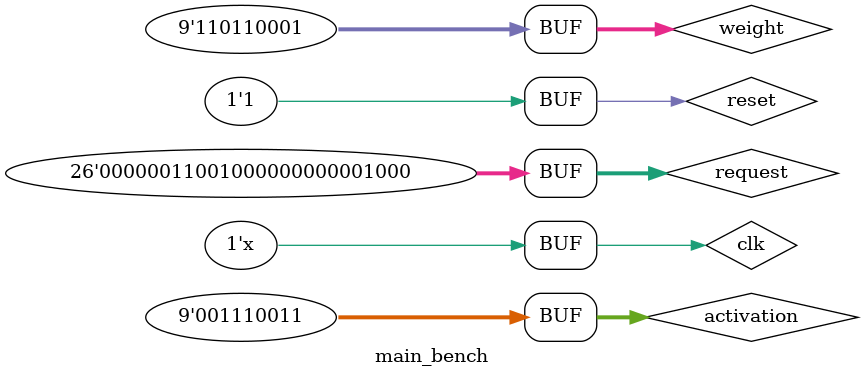
<source format=v>
`timescale 1ns / 1ps


module main_bench();
reg clk,reset;
reg [8:0] activation,weight;
reg [25:0] request;

wire [15:0] filterBit;      
wire [63:0] filterWeight;         
wire [95:0] filterOut;
wire [15:0] drop; 

wire [2:0] op;
wire [2:0] rank_id;
wire [3:0] bg_id;
wire [14:0] addr;

wire [2:0] rank1_id;
wire [3:0] bg1_id;
wire [3:0] addr1;
wire [2:0] rank2_id;
wire [3:0] bg2_id;
wire [3:0] addr2;

wire bgs;
wire [1:0] act_func;

main main1(clk,reset,activation,weight,request,filterBit,filterWeight,filterOut,drop,op,rank_id,bg_id,addr,rank1_id,bg1_id,addr1,rank2_id,bg2_id,addr2,bgs,act_func);

initial clk=1;
always #1 clk<=~clk;

initial
begin 
     reset<=1'b0;    weight<=9'b11_01_10_001;     activation<=9'b00_11_10_011;  request<=26'b00000_001_1001_0000000_00001000; 
     #2  reset<=1'b1;
end

endmodule

</source>
